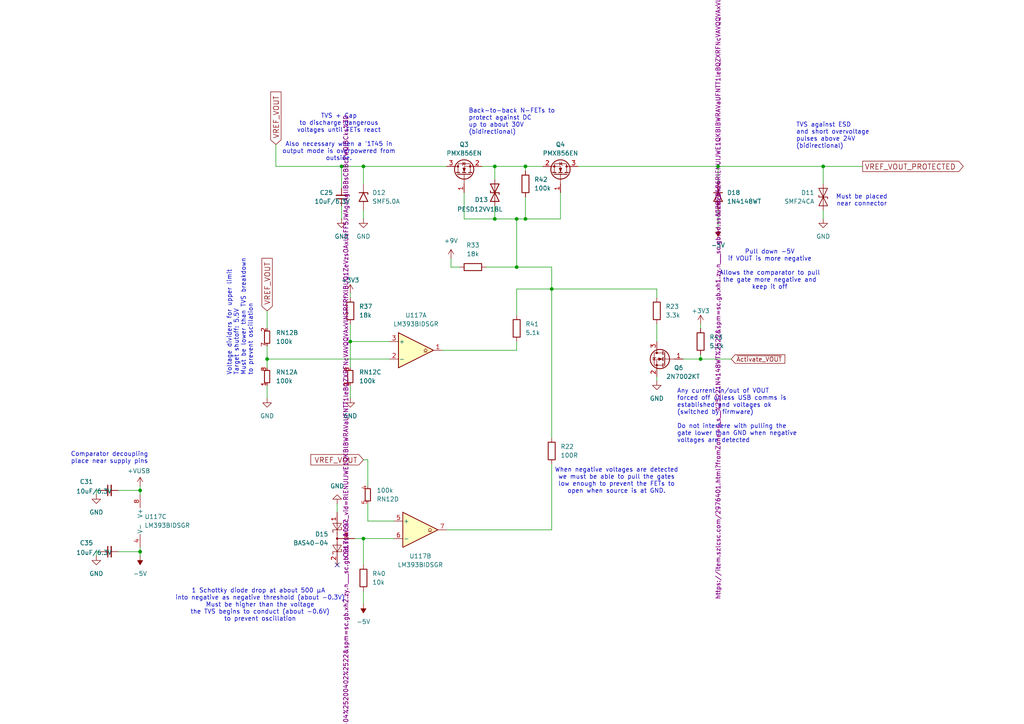
<source format=kicad_sch>
(kicad_sch (version 20250114) (generator "eeschema") (generator_version "9.0")
  (paper "A4")
  (lib_symbols
    (symbol "Comparator:LM393" (pin_names (offset 0.127))
      (property "Reference" "U" (at 3.81 3.81 0))
      (property "Value" "LM393" (at 6.35 -3.81 0))
      (symbol "LM393_1_1"
        (polyline (pts (xy -5.08 5.08) (xy 5.08 0) (xy -5.08 -5.08) (xy -5.08 5.08)) (stroke (width 0.254)) (fill (type background)))
        (polyline (pts (xy 3.302 -0.508) (xy 2.794 -0.508) (xy 3.302 0) (xy 2.794 0.508) (xy 2.286 0) (xy 2.794 -0.508) (xy 2.286 -0.508)) (stroke (width 0.127)))
        (pin input line (at -7.62 2.54 0) (length 2.54) (name "+") (number "3"))
        (pin input line (at -7.62 -2.54 0) (length 2.54) (name "-") (number "2"))
        (pin open_collector line (at 7.62 0 180) (length 2.54) (name "~") (number "1"))
      )
      (symbol "LM393_2_1"
        (polyline (pts (xy -5.08 5.08) (xy 5.08 0) (xy -5.08 -5.08) (xy -5.08 5.08)) (stroke (width 0.254)) (fill (type background)))
        (polyline (pts (xy 3.302 -0.508) (xy 2.794 -0.508) (xy 3.302 0) (xy 2.794 0.508) (xy 2.286 0) (xy 2.794 -0.508) (xy 2.286 -0.508)) (stroke (width 0.127)))
        (pin input line (at -7.62 2.54 0) (length 2.54) (name "+") (number "5"))
        (pin input line (at -7.62 -2.54 0) (length 2.54) (name "-") (number "6"))
        (pin open_collector line (at 7.62 0 180) (length 2.54) (name "~") (number "7"))
      )
      (symbol "LM393_3_1"
        (pin power_in line (at -2.54 7.62 270) (length 3.81) (name "V+") (number "8"))
        (pin power_in line (at -2.54 -7.62 90) (length 3.81) (name "V-") (number "4"))
      )
    )
    (symbol "Device:C_Small" (pin_numbers (hide yes)) (pin_names (offset 0.254) (hide yes))
      (property "Reference" "C" (at 0.254 1.778 0))
      (property "Value" "C_Small" (at 0.254 -2.032 0))
      (symbol "C_Small_0_1"
        (polyline (pts (xy -1.524 0.508) (xy 1.524 0.508)) (stroke (width 0.3048)))
        (polyline (pts (xy -1.524 -0.508) (xy 1.524 -0.508)) (stroke (width 0.3302)))
      )
      (symbol "C_Small_1_1"
        (pin passive line (at 0 2.54 270) (length 2.032) (name "~") (number "1"))
        (pin passive line (at 0 -2.54 90) (length 2.032) (name "~") (number "2"))
      )
    )
    (symbol "Device:D_TVS" (pin_numbers (hide yes)) (pin_names (offset 1.016) (hide yes))
      (property "Reference" "D" (at 0 2.54 0))
      (property "Value" "D_TVS" (at 0 -2.54 0))
      (symbol "D_TVS_0_1"
        (polyline (pts (xy -2.54 1.27) (xy -2.54 -1.27) (xy 2.54 1.27) (xy 2.54 -1.27) (xy -2.54 1.27)) (stroke (width 0.254)))
        (polyline (pts (xy 0.508 1.27) (xy 0 1.27) (xy 0 -1.27) (xy -0.508 -1.27)) (stroke (width 0.254)))
        (polyline (pts (xy 1.27 0) (xy -1.27 0)))
      )
      (symbol "D_TVS_1_1"
        (pin passive line (at -3.81 0 0) (length 2.54) (name "A1") (number "1"))
        (pin passive line (at 3.81 0 180) (length 2.54) (name "A2") (number "2"))
      )
    )
    (symbol "Device:Q_NMOS_GSD" (pin_names (offset 0) (hide yes))
      (property "Reference" "Q" (at 5.08 1.27 0))
      (property "Value" "Q_NMOS_GSD" (at 5.08 -1.27 0))
      (symbol "Q_NMOS_GSD_0_1"
        (polyline (pts (xy 0.254 1.905) (xy 0.254 -1.905)) (stroke (width 0.254)))
        (polyline (pts (xy 0.254 0) (xy -2.54 0)))
        (polyline (pts (xy 0.762 2.286) (xy 0.762 1.27)) (stroke (width 0.254)))
        (polyline (pts (xy 0.762 0.508) (xy 0.762 -0.508)) (stroke (width 0.254)))
        (polyline (pts (xy 0.762 -1.27) (xy 0.762 -2.286)) (stroke (width 0.254)))
        (polyline (pts (xy 0.762 -1.778) (xy 3.302 -1.778) (xy 3.302 1.778) (xy 0.762 1.778)))
        (polyline (pts (xy 1.016 0) (xy 2.032 0.381) (xy 2.032 -0.381) (xy 1.016 0)) (fill (type outline)))
        (circle (center 1.651 0) (radius 2.794) (stroke (width 0.254)))
        (polyline (pts (xy 2.54 2.54) (xy 2.54 1.778)))
        (circle (center 2.54 1.778) (radius 0.254) (fill (type outline)))
        (circle (center 2.54 -1.778) (radius 0.254) (fill (type outline)))
        (polyline (pts (xy 2.54 -2.54) (xy 2.54 0) (xy 0.762 0)))
        (polyline (pts (xy 2.794 0.508) (xy 2.921 0.381) (xy 3.683 0.381) (xy 3.81 0.254)))
        (polyline (pts (xy 3.302 0.381) (xy 2.921 -0.254) (xy 3.683 -0.254) (xy 3.302 0.381)))
      )
      (symbol "Q_NMOS_GSD_1_1"
        (pin input line (at -5.08 0 0) (length 2.54) (name "G") (number "1"))
        (pin passive line (at 2.54 5.08 270) (length 2.54) (name "D") (number "3"))
        (pin passive line (at 2.54 -5.08 90) (length 2.54) (name "S") (number "2"))
      )
    )
    (symbol "Device:R" (pin_numbers (hide yes)) (pin_names (offset 0))
      (property "Reference" "R" (at 2.032 0 90))
      (property "Value" "R" (at 0 0 90))
      (symbol "R_0_1"
        (rectangle (start -1.016 -2.54) (end 1.016 2.54) (stroke (width 0.254)))
      )
      (symbol "R_1_1"
        (pin passive line (at 0 3.81 270) (length 1.27) (name "~") (number "1"))
        (pin passive line (at 0 -3.81 90) (length 1.27) (name "~") (number "2"))
      )
    )
    (symbol "Diode:1N4148WS" (pin_numbers (hide yes)) (pin_names (hide yes))
      (property "Reference" "D" (at 0 2.54 0))
      (property "Value" "1N4148WS" (at 0 -2.54 0))
      (symbol "1N4148WS_0_1"
        (polyline (pts (xy -1.27 1.27) (xy -1.27 -1.27)) (stroke (width 0.254)))
        (polyline (pts (xy 1.27 1.27) (xy 1.27 -1.27) (xy -1.27 0) (xy 1.27 1.27)) (stroke (width 0.254)))
        (polyline (pts (xy 1.27 0) (xy -1.27 0)))
      )
      (symbol "1N4148WS_1_1"
        (pin passive line (at -3.81 0 0) (length 2.54) (name "K") (number "1"))
        (pin passive line (at 3.81 0 180) (length 2.54) (name "A") (number "2"))
      )
    )
    (symbol "Diode:BAS40-04" (pin_names (offset 1.016))
      (property "Reference" "D" (at 0.635 -1.27 0))
      (property "Value" "BAS40-04" (at -6.35 5.715 0))
      (symbol "BAS40-04_0_1"
        (polyline (pts (xy -4.445 3.81) (xy -4.445 1.27) (xy -2.54 2.54) (xy -4.445 3.81)))
        (polyline (pts (xy -3.81 2.54) (xy -1.27 2.54)))
        (polyline (pts (xy -3.175 1.27) (xy -3.175 1.524)))
        (polyline (pts (xy -2.54 3.81) (xy -1.905 3.81)))
        (polyline (pts (xy -2.54 1.27) (xy -3.175 1.27)))
        (polyline (pts (xy -2.54 1.27) (xy -2.54 3.81)))
        (polyline (pts (xy -1.905 3.81) (xy -1.905 3.556)))
        (polyline (pts (xy -1.905 2.54) (xy 1.905 2.54)))
        (circle (center 0 2.54) (radius 0.254) (fill (type outline)))
        (polyline (pts (xy 1.27 2.54) (xy 3.81 2.54)))
        (polyline (pts (xy 1.905 3.81) (xy 1.905 1.27) (xy 3.81 2.54) (xy 1.905 3.81)))
        (polyline (pts (xy 3.175 1.27) (xy 3.175 1.524)))
        (polyline (pts (xy 3.81 3.81) (xy 4.445 3.81)))
        (polyline (pts (xy 3.81 1.27) (xy 3.175 1.27)))
        (polyline (pts (xy 3.81 1.27) (xy 3.81 3.81)))
        (polyline (pts (xy 4.445 3.81) (xy 4.445 3.556)))
      )
      (symbol "BAS40-04_1_1"
        (pin passive line (at -7.62 2.54 0) (length 3.81) (name "~") (number "1"))
        (pin passive line (at 0 -2.54 90) (length 5.08) (name "~") (number "3"))
        (pin passive line (at 7.62 2.54 180) (length 3.81) (name "~") (number "2"))
      )
    )
    (symbol "Diode:SMAJ5.0A" (pin_numbers (hide yes)) (pin_names (offset 1.016) (hide yes))
      (property "Reference" "D" (at 0 2.54 0))
      (property "Value" "SMAJ5.0A" (at 0 -2.54 0))
      (symbol "SMAJ5.0A_0_1"
        (polyline (pts (xy -0.762 1.27) (xy -1.27 1.27) (xy -1.27 -1.27)) (stroke (width 0.254)))
        (polyline (pts (xy 1.27 1.27) (xy 1.27 -1.27) (xy -1.27 0) (xy 1.27 1.27)) (stroke (width 0.254)))
      )
      (symbol "SMAJ5.0A_1_1"
        (pin passive line (at -3.81 0 0) (length 2.54) (name "A1") (number "1"))
        (pin passive line (at 3.81 0 180) (length 2.54) (name "A2") (number "2"))
      )
    )
    (symbol "Diode:SMAJ5.0CA" (pin_numbers (hide yes)) (pin_names (offset 1.016) (hide yes))
      (property "Reference" "D" (at 0 2.54 0))
      (property "Value" "SMAJ5.0CA" (at 0 -2.54 0))
      (symbol "SMAJ5.0CA_0_1"
        (polyline (pts (xy -2.54 -1.27) (xy 0 0) (xy -2.54 1.27) (xy -2.54 -1.27)) (stroke (width 0.2032)))
        (polyline (pts (xy 0.508 1.27) (xy 0 1.27) (xy 0 -1.27) (xy -0.508 -1.27)) (stroke (width 0.2032)))
        (polyline (pts (xy 1.27 0) (xy -1.27 0)))
        (polyline (pts (xy 2.54 1.27) (xy 2.54 -1.27) (xy 0 0) (xy 2.54 1.27)) (stroke (width 0.2032)))
      )
      (symbol "SMAJ5.0CA_1_1"
        (pin passive line (at -3.81 0 0) (length 2.54) (name "A1") (number "1"))
        (pin passive line (at 3.81 0 180) (length 2.54) (name "A2") (number "2"))
      )
    )
    (symbol "GND_1" (power) (pin_numbers (hide yes)) (pin_names (offset 0) (hide yes))
      (property "Value" "GND" (at 0 -3.81 0))
      (symbol "GND_1_0_1"
        (polyline (pts (xy 0 0) (xy 0 -1.27) (xy 1.27 -1.27) (xy 0 -2.54) (xy -1.27 -1.27) (xy 0 -1.27)))
      )
      (symbol "GND_1_1_1"
        (pin power_in line (at 0 0 270) (length 0) (name "~") (number "1"))
      )
    )
    (symbol "GND_2" (power) (pin_numbers (hide yes)) (pin_names (offset 0) (hide yes))
      (property "Value" "GND" (at 0 -3.81 0))
      (symbol "GND_2_0_1"
        (polyline (pts (xy 0 0) (xy 0 -1.27) (xy 1.27 -1.27) (xy 0 -2.54) (xy -1.27 -1.27) (xy 0 -1.27)))
      )
      (symbol "GND_2_1_1"
        (pin power_in line (at 0 0 270) (length 0) (name "~") (number "1"))
      )
    )
    (symbol "GND_3" (power) (pin_numbers (hide yes)) (pin_names (offset 0) (hide yes))
      (property "Value" "GND" (at 0 -3.81 0))
      (symbol "GND_3_0_1"
        (polyline (pts (xy 0 0) (xy 0 -1.27) (xy 1.27 -1.27) (xy 0 -2.54) (xy -1.27 -1.27) (xy 0 -1.27)))
      )
      (symbol "GND_3_1_1"
        (pin power_in line (at 0 0 270) (length 0) (name "~") (number "1"))
      )
    )
    (symbol "GND_4" (power) (pin_numbers (hide yes)) (pin_names (offset 0) (hide yes))
      (property "Value" "GND" (at 0 -3.81 0))
      (symbol "GND_4_0_1"
        (polyline (pts (xy 0 0) (xy 0 -1.27) (xy 1.27 -1.27) (xy 0 -2.54) (xy -1.27 -1.27) (xy 0 -1.27)))
      )
      (symbol "GND_4_1_1"
        (pin power_in line (at 0 0 270) (length 0) (name "~") (number "1"))
      )
    )
    (symbol "GND_7" (power) (pin_numbers (hide yes)) (pin_names (offset 0) (hide yes))
      (property "Value" "GND" (at 0 -3.81 0))
      (symbol "GND_7_0_1"
        (polyline (pts (xy 0 0) (xy 0 -1.27) (xy 1.27 -1.27) (xy 0 -2.54) (xy -1.27 -1.27) (xy 0 -1.27)))
      )
      (symbol "GND_7_1_1"
        (pin power_in line (at 0 0 270) (length 0) (name "~") (number "1"))
      )
    )
    (symbol "Transistor_FET:BSS138" (pin_names (hide yes))
      (property "Reference" "Q" (at 5.08 1.905 0))
      (property "Value" "BSS138" (at 5.08 0 0))
      (symbol "BSS138_0_1"
        (polyline (pts (xy 0.254 1.905) (xy 0.254 -1.905)) (stroke (width 0.254)))
        (polyline (pts (xy 0.254 0) (xy -2.54 0)))
        (polyline (pts (xy 0.762 2.286) (xy 0.762 1.27)) (stroke (width 0.254)))
        (polyline (pts (xy 0.762 0.508) (xy 0.762 -0.508)) (stroke (width 0.254)))
        (polyline (pts (xy 0.762 -1.27) (xy 0.762 -2.286)) (stroke (width 0.254)))
        (polyline (pts (xy 0.762 -1.778) (xy 3.302 -1.778) (xy 3.302 1.778) (xy 0.762 1.778)))
        (polyline (pts (xy 1.016 0) (xy 2.032 0.381) (xy 2.032 -0.381) (xy 1.016 0)) (fill (type outline)))
        (circle (center 1.651 0) (radius 2.794) (stroke (width 0.254)))
        (polyline (pts (xy 2.54 2.54) (xy 2.54 1.778)))
        (circle (center 2.54 1.778) (radius 0.254) (fill (type outline)))
        (circle (center 2.54 -1.778) (radius 0.254) (fill (type outline)))
        (polyline (pts (xy 2.54 -2.54) (xy 2.54 0) (xy 0.762 0)))
        (polyline (pts (xy 2.794 0.508) (xy 2.921 0.381) (xy 3.683 0.381) (xy 3.81 0.254)))
        (polyline (pts (xy 3.302 0.381) (xy 2.921 -0.254) (xy 3.683 -0.254) (xy 3.302 0.381)))
      )
      (symbol "BSS138_1_1"
        (pin input line (at -5.08 0 0) (length 2.54) (name "G") (number "1"))
        (pin passive line (at 2.54 5.08 270) (length 2.54) (name "D") (number "3"))
        (pin passive line (at 2.54 -5.08 90) (length 2.54) (name "S") (number "2"))
      )
    )
    (symbol "dp-power:+VUSB" (power) (pin_names (offset 1.016))
      (property "Value" "+VUSB" (at 0 5.08 0))
      (symbol "+VUSB_0_1"
        (polyline (pts (xy 0 2.54) (xy -0.762 1.27)))
        (polyline (pts (xy 0 2.54) (xy 0.762 1.27)))
        (polyline (pts (xy 0 0) (xy 0 2.54)))
      )
      (symbol "+VUSB_1_1"
        (pin power_in line (at 0 0 90) (length 0) (hide yes) (name "+VUSB") (number "1"))
      )
    )
    (symbol "dp-rarray:R_Array" (pin_names (offset 0) (hide yes))
      (property "Reference" "RN" (at 2.286 0.762 0))
      (property "Value" "R_Array" (at 4.572 -0.762 0))
      (symbol "R_Array_0_1"
        (rectangle (start 0.762 1.778) (end -0.762 -1.778) (stroke (width 0.254)))
      )
      (symbol "R_Array_1_1"
        (pin passive line (at 0 2.54 270) (length 0.762) (name "R1.1") (number "1"))
        (pin passive line (at 0 -2.54 90) (length 0.762) (name "R1.8") (number "8"))
      )
      (symbol "R_Array_2_1"
        (pin passive line (at 0 2.54 270) (length 0.762) (name "R1.1") (number "2"))
        (pin passive line (at 0 -2.54 90) (length 0.762) (name "R1.8") (number "7"))
      )
      (symbol "R_Array_3_1"
        (pin passive line (at 0 2.54 270) (length 0.762) (name "R1.1") (number "3"))
        (pin passive line (at 0 -2.54 90) (length 0.762) (name "R1.8") (number "6"))
      )
      (symbol "R_Array_4_1"
        (pin passive line (at 0 2.54 270) (length 0.762) (name "R1.1") (number "4"))
        (pin passive line (at 0 -2.54 90) (length 0.762) (name "R1.8") (number "5"))
      )
    )
    (symbol "power:+3V3" (power) (pin_names (offset 0))
      (property "Value" "+3V3" (at 0 3.556 0))
      (symbol "+3V3_0_1"
        (polyline (pts (xy -0.762 1.27) (xy 0 2.54)))
        (polyline (pts (xy 0 2.54) (xy 0.762 1.27)))
        (polyline (pts (xy 0 0) (xy 0 2.54)))
      )
      (symbol "+3V3_1_1"
        (pin power_in line (at 0 0 90) (length 0) (hide yes) (name "+3V3") (number "1"))
      )
    )
    (symbol "power:+9V" (power) (pin_numbers (hide yes)) (pin_names (offset 0) (hide yes))
      (property "Value" "+9V" (at 0 3.556 0))
      (symbol "+9V_0_1"
        (polyline (pts (xy -0.762 1.27) (xy 0 2.54)))
        (polyline (pts (xy 0 2.54) (xy 0.762 1.27)))
        (polyline (pts (xy 0 0) (xy 0 2.54)))
      )
      (symbol "+9V_1_1"
        (pin power_in line (at 0 0 90) (length 0) (name "~") (number "1"))
      )
    )
    (symbol "power:-5V" (power) (pin_numbers (hide yes)) (pin_names (offset 0) (hide yes))
      (property "Value" "-5V" (at 0 3.556 0))
      (symbol "-5V_0_0"
        (pin power_in line (at 0 0 90) (length 0) (name "~") (number "1"))
      )
      (symbol "-5V_0_1"
        (polyline (pts (xy 0 0) (xy 0 1.27) (xy 0.762 1.27) (xy 0 2.54) (xy -0.762 1.27) (xy 0 1.27)) (fill (type outline)))
      )
    )
  )
  (text "When negative voltages are detected\nwe must be able to pull the gates\nlow enough to prevent the FETs to\nopen when source is at GND." (at 178.816 139.446 0) (effects (font (size 1.27 1.27))))
  (text "TVS against ESD\nand short overvoltage\npulses above 24V\n(bidirectional)" (at 230.886 39.37 0) (effects (font (size 1.27 1.27)) (justify left)))
  (text "TVS + Cap\nto discharge dangerous\nvoltages until FETs react\n\nAlso necessary when a '1T45 in\noutput mode is overpowered from\noutside." (at 98.298 39.878 0) (effects (font (size 1.27 1.27))))
  (text "Back-to-back N-FETs to\nprotect against DC\nup to about 30V\n(bidirectional)" (at 135.89 35.306 0) (effects (font (size 1.27 1.27)) (justify left)))
  (text "Pull down -5V\nif VOUT is more negative\n\nAllows the comparator to pull\nthe gate more negative and\nkeep it off" (at 223.266 78.232 0) (effects (font (size 1.27 1.27))))
  (text "1 Schottky diode drop at about 500 µA \ninto negative as negative threshold (about -0.3V)\nMust be higher than the voltage\nthe TVS begins to conduct (about -0.6V)\nto prevent oscillation" (at 75.438 175.514 0) (effects (font (size 1.27 1.27))))
  (text "Comparator decoupling\nplace near supply pins" (at 31.75 132.842 0) (effects (font (size 1.27 1.27))))
  (text "Voltage dividers for upper limit\nTarget shutoff: 5.5V\nMust be lower than TVS breakdown\nto prevent oscillation" (at 69.596 108.966 90) (effects (font (size 1.27 1.27)) (justify left)))
  (text "Any current in/out of VOUT\nforced off unless USB comms is\nestablished and voltages ok\n(switched by firmware)\n\nDo not interfere with pulling the\ngate lower than GND when negative\nvoltages are detected" (at 196.342 120.65 0) (effects (font (size 1.27 1.27)) (justify left)))
  (text "Must be placed\nnear connector" (at 249.936 58.166 0) (effects (font (size 1.27 1.27))))
  (junction (at 105.41 48.26))
  (junction (at 143.51 63.5))
  (junction (at 99.06 48.26))
  (junction (at 160.02 83.82))
  (junction (at 77.47 104.14))
  (junction (at 152.4 48.26))
  (junction (at 152.4 63.5))
  (junction (at 143.51 48.26))
  (junction (at 101.6 99.06))
  (junction (at 203.2 104.14))
  (junction (at 40.64 160.02))
  (junction (at 149.86 63.5))
  (junction (at 105.41 156.21))
  (junction (at 149.86 77.47))
  (junction (at 238.76 48.26))
  (junction (at 208.28 48.26))
  (junction (at 40.64 142.24))
  (no_connect (at 97.79 163.83))
  (wire (pts (xy 105.41 156.21) (xy 114.3 156.21)))
  (wire (pts (xy 152.4 63.5) (xy 162.56 63.5)))
  (wire (pts (xy 143.51 59.69) (xy 143.51 63.5)))
  (wire (pts (xy 77.47 104.14) (xy 77.47 106.68)))
  (wire (pts (xy 80.01 41.91) (xy 80.01 48.26)))
  (wire (pts (xy 40.64 158.75) (xy 40.64 160.02)))
  (wire (pts (xy 101.6 99.06) (xy 113.03 99.06)))
  (wire (pts (xy 105.41 48.26) (xy 105.41 53.34)))
  (wire (pts (xy 149.86 77.47) (xy 149.86 63.5)))
  (wire (pts (xy 160.02 83.82) (xy 149.86 83.82)))
  (wire (pts (xy 160.02 83.82) (xy 160.02 127)))
  (wire (pts (xy 149.86 77.47) (xy 160.02 77.47)))
  (wire (pts (xy 190.5 86.36) (xy 190.5 83.82)))
  (wire (pts (xy 77.47 111.76) (xy 77.47 115.57)))
  (wire (pts (xy 238.76 60.96) (xy 238.76 63.5)))
  (wire (pts (xy 129.54 153.67) (xy 160.02 153.67)))
  (wire (pts (xy 101.6 99.06) (xy 101.6 106.68)))
  (wire (pts (xy 162.56 63.5) (xy 162.56 55.88)))
  (wire (pts (xy 203.2 104.14) (xy 212.09 104.14)))
  (wire (pts (xy 198.12 104.14) (xy 203.2 104.14)))
  (wire (pts (xy 149.86 99.06) (xy 149.86 101.6)))
  (wire (pts (xy 34.29 160.02) (xy 40.64 160.02)))
  (wire (pts (xy 99.06 59.69) (xy 99.06 63.5)))
  (wire (pts (xy 167.64 48.26) (xy 208.28 48.26)))
  (wire (pts (xy 77.47 100.33) (xy 77.47 104.14)))
  (wire (pts (xy 105.41 156.21) (xy 105.41 163.83)))
  (wire (pts (xy 208.28 48.26) (xy 238.76 48.26)))
  (wire (pts (xy 152.4 48.26) (xy 152.4 49.53)))
  (wire (pts (xy 208.28 60.96) (xy 208.28 66.04)))
  (wire (pts (xy 105.41 171.45) (xy 105.41 175.26)))
  (wire (pts (xy 101.6 111.76) (xy 101.6 115.57)))
  (wire (pts (xy 27.94 142.24) (xy 27.94 143.51)))
  (wire (pts (xy 160.02 153.67) (xy 160.02 134.62)))
  (wire (pts (xy 80.01 48.26) (xy 99.06 48.26)))
  (wire (pts (xy 77.47 104.14) (xy 113.03 104.14)))
  (wire (pts (xy 139.7 48.26) (xy 143.51 48.26)))
  (wire (pts (xy 134.62 63.5) (xy 134.62 55.88)))
  (wire (pts (xy 40.64 140.97) (xy 40.64 142.24)))
  (wire (pts (xy 190.5 93.98) (xy 190.5 99.06)))
  (wire (pts (xy 40.64 142.24) (xy 40.64 143.51)))
  (wire (pts (xy 34.29 142.24) (xy 40.64 142.24)))
  (wire (pts (xy 106.68 146.05) (xy 106.68 151.13)))
  (wire (pts (xy 29.21 160.02) (xy 27.94 160.02)))
  (wire (pts (xy 128.27 101.6) (xy 149.86 101.6)))
  (wire (pts (xy 106.68 133.35) (xy 106.68 140.97)))
  (wire (pts (xy 149.86 63.5) (xy 152.4 63.5)))
  (wire (pts (xy 190.5 83.82) (xy 160.02 83.82)))
  (wire (pts (xy 149.86 63.5) (xy 143.51 63.5)))
  (wire (pts (xy 77.47 90.17) (xy 77.47 95.25)))
  (wire (pts (xy 238.76 48.26) (xy 238.76 53.34)))
  (wire (pts (xy 134.62 63.5) (xy 143.51 63.5)))
  (wire (pts (xy 99.06 48.26) (xy 99.06 54.61)))
  (wire (pts (xy 140.97 77.47) (xy 149.86 77.47)))
  (wire (pts (xy 114.3 151.13) (xy 106.68 151.13)))
  (wire (pts (xy 97.79 146.05) (xy 97.79 148.59)))
  (wire (pts (xy 102.87 156.21) (xy 105.41 156.21)))
  (wire (pts (xy 40.64 160.02) (xy 40.64 161.29)))
  (wire (pts (xy 29.21 142.24) (xy 27.94 142.24)))
  (wire (pts (xy 208.28 48.26) (xy 208.28 53.34)))
  (wire (pts (xy 99.06 48.26) (xy 105.41 48.26)))
  (wire (pts (xy 27.94 160.02) (xy 27.94 161.29)))
  (wire (pts (xy 105.41 48.26) (xy 129.54 48.26)))
  (wire (pts (xy 152.4 57.15) (xy 152.4 63.5)))
  (wire (pts (xy 143.51 48.26) (xy 143.51 52.07)))
  (wire (pts (xy 238.76 48.26) (xy 250.19 48.26)))
  (wire (pts (xy 149.86 83.82) (xy 149.86 91.44)))
  (wire (pts (xy 143.51 48.26) (xy 152.4 48.26)))
  (wire (pts (xy 105.41 133.35) (xy 106.68 133.35)))
  (wire (pts (xy 160.02 77.47) (xy 160.02 83.82)))
  (wire (pts (xy 190.5 109.22) (xy 190.5 110.49)))
  (wire (pts (xy 130.81 74.93) (xy 130.81 77.47)))
  (wire (pts (xy 105.41 60.96) (xy 105.41 63.5)))
  (wire (pts (xy 130.81 77.47) (xy 133.35 77.47)))
  (wire (pts (xy 101.6 85.09) (xy 101.6 86.36)))
  (wire (pts (xy 152.4 48.26) (xy 157.48 48.26)))
  (wire (pts (xy 203.2 102.87) (xy 203.2 104.14)))
  (wire (pts (xy 101.6 93.98) (xy 101.6 99.06)))
  (wire (pts (xy 203.2 93.98) (xy 203.2 95.25)))
  (global_label "VREF_VOUT" (shape input) (at 105.41 133.35 180) (effects (font (size 1.524 1.524))) (property "Intersheetrefs" "${INTERSHEET_REFS}" (effects (hide yes))))
  (global_label "VREF_VOUT" (shape input) (at 77.47 90.17 90) (effects (font (size 1.524 1.524))) (property "Intersheetrefs" "${INTERSHEET_REFS}" (effects (hide yes))))
  (global_label "~{Activate_VOUT}" (shape input) (at 212.09 104.14 0) (property "Intersheetrefs" "${INTERSHEET_REFS}" (effects (hide yes))))
  (global_label "VREF_VOUT_PROTECTED" (shape output) (at 250.19 48.26 0) (effects (font (size 1.524 1.524))) (property "Intersheetrefs" "${INTERSHEET_REFS}" (effects (hide yes))))
  (global_label "VREF_VOUT" (shape input) (at 80.01 41.91 90) (effects (font (size 1.524 1.524))) (property "Intersheetrefs" "${INTERSHEET_REFS}" (effects (hide yes))))
  (symbol (lib_id "power:-5V") (at 105.41 175.26 180) (unit 1)
    (property "Reference" "#PWR0134" (effects (hide yes)))
    (property "Value" "-5V" (at 105.41 180.34 0))
    (property "Description" "Power symbol creates a global label with name \"-5V\"" (effects (hide yes)))
  )
  (symbol (lib_id "power:+9V") (at 130.81 74.93 0) (unit 1)
    (property "Reference" "#PWR0102" (effects (hide yes)))
    (property "Value" "+9V" (at 130.81 69.85 0))
    (property "Description" "Power symbol creates a global label with name \"+9V\"" (effects (hide yes)))
  )
  (symbol (lib_id "Device:C_Small") (at 31.75 160.02 90) (unit 1)
    (property "Reference" "C35" (at 23.114 157.48 90) (effects (justify right)))
    (property "Value" "10uF/6.3V" (at 22.098 160.274 90) (effects (justify right)))
    (property "Footprint" "Capacitor_SMD:C_0402_1005Metric" (effects (hide yes)))
    (property "Description" "CL05A106MQ5NUN" (effects (hide yes)))
    (property "RMB" "0.037726" (effects (hide yes)))
    (property "Supplier" "https://item.szlcsc.com/1877.html" (effects (hide yes)))
    (property "MANUFACTURER" "Samsung" (effects (hide yes)))
  )
  (symbol (lib_id "dp-rarray:R_Array") (at 77.47 97.79 0) (mirror y) (unit 2)
    (property "Reference" "RN12" (at 80.01 96.5199 0) (effects (justify right)))
    (property "Value" "100k" (at 80.01 99.0599 0) (effects (justify right)))
    (property "Footprint" "Resistor_SMD:R_Array_Convex_4x0402" (effects (hide yes)))
    (property "Datasheet" "http://www.vishay.com/docs/31509/csc.pdf" (effects (hide yes)))
    (property "RMB" "0.03666" (effects (hide yes)))
    (property "Supplier" "https://item.szlcsc.com/635571.html" (effects (hide yes)))
  )
  (symbol (lib_id "Comparator:LM393") (at 120.65 101.6 0) (unit 1)
    (property "Reference" "U117" (at 120.65 91.44 0))
    (property "Value" "LM393BIDSGR" (at 120.65 93.98 0))
    (property "Footprint" "Package_SON:WSON-8-1EP_2x2mm_P0.5mm_EP0.9x1.6mm" (effects (hide yes)))
    (property "Datasheet" "http://www.ti.com/lit/ds/symlink/lm393.pdf" (effects (hide yes)))
    (property "Description" "Low-Power, Low-Offset Voltage, Dual Comparators, WSON-8 2x2mm" (effects (hide yes)))
  )
  (symbol (lib_id "power:+3V3") (at 101.6 85.09 0) (unit 1)
    (property "Reference" "#PWR0103" (effects (hide yes)))
    (property "Value" "+3V3" (at 101.6 81.28 0))
  )
  (symbol (lib_id "Device:R") (at 190.5 90.17 0) (unit 1)
    (property "Reference" "R23" (at 193.04 88.8999 0) (effects (justify left)))
    (property "Value" "3.3k" (at 193.04 91.4399 0) (effects (justify left)))
    (property "Footprint" "Resistor_SMD:R_0402_1005Metric" (effects (hide yes)))
    (property "Description" "Resistor" (effects (hide yes)))
  )
  (symbol (lib_id "dp-rarray:R_Array") (at 106.68 143.51 0) (mirror y) (unit 4)
    (property "Reference" "RN12" (at 109.22 144.7801 0) (effects (justify right)))
    (property "Value" "100k" (at 109.22 142.2401 0) (effects (justify right)))
    (property "Footprint" "Resistor_SMD:R_Array_Convex_4x0402" (effects (hide yes)))
    (property "Datasheet" "http://www.vishay.com/docs/31509/csc.pdf" (effects (hide yes)))
    (property "RMB" "0.03666" (effects (hide yes)))
    (property "Supplier" "https://item.szlcsc.com/635571.html" (effects (hide yes)))
  )
  (symbol (lib_name "GND_4") (lib_id "power:GND") (at 27.94 161.29 0) (unit 1)
    (property "Reference" "#PWR0149" (effects (hide yes)))
    (property "Value" "GND" (at 27.94 166.37 0))
    (property "Description" "Power symbol creates a global label with name \"GND\" , ground" (effects (hide yes)))
  )
  (symbol (lib_id "Comparator:LM393") (at 43.18 151.13 0) (unit 3)
    (property "Reference" "U117" (at 41.91 149.8599 0) (effects (justify left)))
    (property "Value" "LM393BIDSGR" (at 41.91 152.3999 0) (effects (justify left)))
    (property "Footprint" "Package_SON:WSON-8-1EP_2x2mm_P0.5mm_EP0.9x1.6mm" (effects (hide yes)))
    (property "Datasheet" "http://www.ti.com/lit/ds/symlink/lm393.pdf" (effects (hide yes)))
    (property "Description" "Low-Power, Low-Offset Voltage, Dual Comparators, WSON-8 2x2mm" (effects (hide yes)))
  )
  (symbol (lib_name "GND_3") (lib_id "power:GND") (at 97.79 146.05 180) (unit 1)
    (property "Reference" "#PWR0135" (effects (hide yes)))
    (property "Value" "GND" (at 97.79 140.97 0))
    (property "Description" "Power symbol creates a global label with name \"GND\" , ground" (effects (hide yes)))
  )
  (symbol (lib_id "Diode:SMAJ5.0A") (at 105.41 57.15 270) (unit 1)
    (property "Reference" "D12" (at 107.95 55.8799 90) (effects (justify left)))
    (property "Value" "SMF5.0A" (at 107.95 58.4199 90) (effects (justify left)))
    (property "Footprint" "Diode_SMD:D_SMF" (effects (hide yes)))
  )
  (symbol (lib_id "Device:R") (at 105.41 167.64 0) (unit 1)
    (property "Reference" "R40" (at 107.95 166.3699 0) (effects (justify left)))
    (property "Value" "10k" (at 107.95 168.9099 0) (effects (justify left)))
    (property "Footprint" "Resistor_SMD:R_0402_1005Metric" (effects (hide yes)))
    (property "Description" "Resistor" (effects (hide yes)))
  )
  (symbol (lib_id "Diode:BAS40-04") (at 100.33 156.21 90) (mirror x) (unit 1)
    (property "Reference" "D15" (at 95.25 154.9399 90) (effects (justify left)))
    (property "Value" "BAS40-04" (at 95.25 157.4799 90) (effects (justify left)))
    (property "Footprint" "library:SOT-523" (effects (hide yes)))
    (property "Datasheet" "http://www.vishay.com/docs/85701/bas40v.pdf" (effects (hide yes)))
    (property "Description" "40V 0.2A Dual Small Signal Schottky Diodes" (effects (hide yes)))
    (property "szlcsc_partnumber" "C21714097" (at 100.33 156.21 0))
    (property "szlcsc_url" "https://item.szlcsc.com/23141008.html?fromZone=s_s__%2522BAS40-04%25200402%2522&spm=sc.gb.xh2.zy.n___sc.gb.hd.ss&lcsc_vid=RlENUlJWE1QKBlBWRAVaUFNTT1leBQZXRFNcVAVQQVAxVlNSRFRfXlBUQ1ZeVzsOAxUeFF5JWAgaAglIBBsCBBcFWQIBCks%3D" (at 100.33 156.21 0))
  )
  (symbol (lib_id "Device:Q_NMOS_GSD") (at 134.62 50.8 90) (unit 1)
    (property "Reference" "Q3" (at 134.62 41.91 90))
    (property "Value" "PMXB56EN" (at 134.62 44.45 90))
    (property "Footprint" "DFN1010D-3:DFN1010D-3_SOT1215_NEX" (effects (hide yes)))
    (property "Description" "N-MOSFET transistor, gate/source/drain" (effects (hide yes)))
    (property "MANUFACTURER" "Nexperia" (effects (hide yes)))
  )
  (symbol (lib_id "dp-rarray:R_Array") (at 101.6 109.22 180) (unit 3)
    (property "Reference" "RN12" (at 104.14 107.9499 0) (effects (justify right)))
    (property "Value" "100k" (at 104.14 110.4899 0) (effects (justify right)))
    (property "Footprint" "Resistor_SMD:R_Array_Convex_4x0402" (effects (hide yes)))
    (property "Datasheet" "http://www.vishay.com/docs/31509/csc.pdf" (effects (hide yes)))
    (property "RMB" "0.03666" (effects (hide yes)))
    (property "Supplier" "https://item.szlcsc.com/635571.html" (effects (hide yes)))
  )
  (symbol (lib_id "Device:R") (at 101.6 90.17 0) (unit 1)
    (property "Reference" "R37" (at 104.14 88.8999 0) (effects (justify left)))
    (property "Value" "18k" (at 104.14 91.4399 0) (effects (justify left)))
    (property "Footprint" "Resistor_SMD:R_0402_1005Metric" (effects (hide yes)))
    (property "Description" "Resistor" (effects (hide yes)))
  )
  (symbol (lib_id "dp-rarray:R_Array") (at 77.47 109.22 180) (unit 1)
    (property "Reference" "RN12" (at 80.01 107.9499 0) (effects (justify right)))
    (property "Value" "100k" (at 80.01 110.4899 0) (effects (justify right)))
    (property "Footprint" "Resistor_SMD:R_Array_Convex_4x0402" (effects (hide yes)))
    (property "Datasheet" "http://www.vishay.com/docs/31509/csc.pdf" (effects (hide yes)))
    (property "RMB" "0.03666" (effects (hide yes)))
    (property "Supplier" "https://item.szlcsc.com/635571.html" (effects (hide yes)))
  )
  (symbol (lib_name "GND_2") (lib_id "power:GND") (at 105.41 63.5 0) (unit 1)
    (property "Reference" "#PWR0153" (effects (hide yes)))
    (property "Value" "GND" (at 105.41 68.58 0))
    (property "Description" "Power symbol creates a global label with name \"GND\" , ground" (effects (hide yes)))
  )
  (symbol (lib_id "Device:R") (at 203.2 99.06 0) (unit 1)
    (property "Reference" "R43" (at 205.74 97.7899 0) (effects (justify left)))
    (property "Value" "5.1k" (at 205.74 100.3299 0) (effects (justify left)))
    (property "Footprint" "Resistor_SMD:R_0402_1005Metric" (effects (hide yes)))
    (property "Description" "Resistor" (effects (hide yes)))
  )
  (symbol (lib_id "Device:D_TVS") (at 143.51 55.88 90) (unit 1)
    (property "Reference" "D13" (at 137.668 57.912 90) (effects (justify right)))
    (property "Value" "PESD12VV1BL" (at 132.588 60.706 90) (effects (justify right)))
    (property "Footprint" "Diode_SMD:D_SOD-882D" (effects (hide yes)))
    (property "Description" "Bidirectional transient-voltage-suppression diode" (effects (hide yes)))
    (property "MANUFACTURER" "Nexperia" (effects (hide yes)))
  )
  (symbol (lib_id "Device:R") (at 149.86 95.25 0) (unit 1)
    (property "Reference" "R41" (at 152.4 93.9799 0) (effects (justify left)))
    (property "Value" "5.1k" (at 152.4 96.5199 0) (effects (justify left)))
    (property "Footprint" "Resistor_SMD:R_0402_1005Metric" (effects (hide yes)))
    (property "Description" "Resistor" (effects (hide yes)))
  )
  (symbol (lib_name "GND_2") (lib_id "power:GND") (at 99.06 63.5 0) (unit 1)
    (property "Reference" "#PWR097" (effects (hide yes)))
    (property "Value" "GND" (at 99.06 68.58 0))
    (property "Description" "Power symbol creates a global label with name \"GND\" , ground" (effects (hide yes)))
  )
  (symbol (lib_name "GND_4") (lib_id "power:GND") (at 77.47 115.57 0) (unit 1)
    (property "Reference" "#PWR0106" (effects (hide yes)))
    (property "Value" "GND" (at 77.47 120.65 0))
    (property "Description" "Power symbol creates a global label with name \"GND\" , ground" (effects (hide yes)))
  )
  (symbol (lib_id "Device:R") (at 137.16 77.47 90) (unit 1)
    (property "Reference" "R33" (at 137.16 71.12 90))
    (property "Value" "18k" (at 137.16 73.66 90))
    (property "Footprint" "Resistor_SMD:R_0402_1005Metric" (effects (hide yes)))
    (property "Description" "Resistor" (effects (hide yes)))
  )
  (symbol (lib_id "Device:C_Small") (at 31.75 142.24 90) (unit 1)
    (property "Reference" "C31" (at 23.114 139.7 90) (effects (justify right)))
    (property "Value" "10uF/6.3V" (at 22.098 142.494 90) (effects (justify right)))
    (property "Footprint" "Capacitor_SMD:C_0402_1005Metric" (effects (hide yes)))
    (property "Description" "CL05A106MQ5NUN" (effects (hide yes)))
    (property "RMB" "0.037726" (effects (hide yes)))
    (property "Supplier" "https://item.szlcsc.com/1877.html" (effects (hide yes)))
    (property "MANUFACTURER" "Samsung" (effects (hide yes)))
  )
  (symbol (lib_name "GND_7") (lib_id "power:GND") (at 190.5 110.49 0) (unit 1)
    (property "Reference" "#PWR0118" (effects (hide yes)))
    (property "Value" "GND" (at 190.5 115.57 0))
    (property "Description" "Power symbol creates a global label with name \"GND\" , ground" (effects (hide yes)))
  )
  (symbol (lib_id "dp-power:+VUSB") (at 40.64 140.97 0) (unit 1)
    (property "Reference" "#PWR0138" (effects (hide yes)))
    (property "Value" "+VUSB" (at 40.259 136.5758 0))
  )
  (symbol (lib_name "GND_1") (lib_id "power:GND") (at 238.76 63.5 0) (unit 1)
    (property "Reference" "#PWR0107" (effects (hide yes)))
    (property "Value" "GND" (at 238.76 68.58 0))
    (property "Description" "Power symbol creates a global label with name \"GND\" , ground" (effects (hide yes)))
  )
  (symbol (lib_id "Device:C_Small") (at 99.06 57.15 180) (unit 1)
    (property "Reference" "C25" (at 92.71 55.88 0) (effects (justify right)))
    (property "Value" "10uF/6.3V" (at 91.186 58.42 0) (effects (justify right)))
    (property "Footprint" "Capacitor_SMD:C_0402_1005Metric" (effects (hide yes)))
    (property "Description" "CL05A106MQ5NUN" (effects (hide yes)))
    (property "RMB" "0.037726" (effects (hide yes)))
    (property "Supplier" "https://item.szlcsc.com/1877.html" (effects (hide yes)))
    (property "MANUFACTURER" "Samsung" (effects (hide yes)))
  )
  (symbol (lib_name "GND_4") (lib_id "power:GND") (at 101.6 115.57 0) (unit 1)
    (property "Reference" "#PWR0110" (effects (hide yes)))
    (property "Value" "GND" (at 101.6 120.65 0))
    (property "Description" "Power symbol creates a global label with name \"GND\" , ground" (effects (hide yes)))
  )
  (symbol (lib_id "Diode:SMAJ5.0CA") (at 238.76 57.15 90) (unit 1)
    (property "Reference" "D11" (at 236.22 55.8799 90) (effects (justify left)))
    (property "Value" "SMF24CA" (at 236.22 58.4199 90) (effects (justify left)))
    (property "Footprint" "Diode_SMD:D_SMF" (effects (hide yes)))
  )
  (symbol (lib_id "Diode:1N4148WS") (at 208.28 57.15 270) (unit 1)
    (property "Reference" "D18" (at 210.82 55.88 90) (effects (justify left)))
    (property "Value" "1N4148WT" (at 210.82 58.42 90) (effects (justify left)))
    (property "Footprint" "Diode_SMD:D_SOD-523" (effects (hide yes)))
    (property "Datasheet" "https://www.vishay.com/docs/85751/1n4148ws.pdf" (effects (hide yes)))
    (property "RMB" "0.182079" (effects (hide yes)))
    (property "Supplier" "https://item.szlcsc.com/120141.html" (effects (hide yes)))
    (property "szlcsc_partnumber" "C2828426" (at 208.28 57.15 0))
    (property "szlcsc_url" "https://item.szlcsc.com/2976401.html?fromZone=s_s__%25221N4148WT%2522&spm=sc.gb.xh1.zy.n___sc.gb.hd.ss&lcsc_vid=RlENUlJWE1QKBlBWRAVaUFNTT1leBQZXRFNcVAVQQVAxVlNSRFRfXlBUQ1ZeVzsOAxUeFF5JWAgaAglIBBsCBBcFWQIBCks%3D" (at 208.28 57.15 0))
  )
  (symbol (lib_id "power:-5V") (at 40.64 161.29 180) (unit 1)
    (property "Reference" "#PWR0137" (effects (hide yes)))
    (property "Value" "-5V" (at 40.64 166.37 0))
    (property "Description" "Power symbol creates a global label with name \"-5V\"" (effects (hide yes)))
  )
  (symbol (lib_id "Device:R") (at 152.4 53.34 0) (unit 1)
    (property "Reference" "R42" (at 154.94 52.0699 0) (effects (justify left)))
    (property "Value" "100k" (at 154.94 54.6099 0) (effects (justify left)))
    (property "Footprint" "Resistor_SMD:R_0402_1005Metric" (effects (hide yes)))
    (property "Description" "Resistor" (effects (hide yes)))
  )
  (symbol (lib_id "power:-5V") (at 208.28 66.04 180) (unit 1)
    (property "Reference" "#PWR0152" (effects (hide yes)))
    (property "Value" "-5V" (at 208.28 71.12 0))
    (property "Description" "Power symbol creates a global label with name \"-5V\"" (effects (hide yes)))
  )
  (symbol (lib_id "Comparator:LM393") (at 121.92 153.67 0) (unit 2)
    (property "Reference" "U117" (at 121.92 161.29 0))
    (property "Value" "LM393BIDSGR" (at 121.92 163.83 0))
    (property "Footprint" "Package_SON:WSON-8-1EP_2x2mm_P0.5mm_EP0.9x1.6mm" (effects (hide yes)))
    (property "Datasheet" "http://www.ti.com/lit/ds/symlink/lm393.pdf" (effects (hide yes)))
    (property "Description" "Low-Power, Low-Offset Voltage, Dual Comparators, WSON-8 2x2mm" (effects (hide yes)))
  )
  (symbol (lib_id "Device:R") (at 160.02 130.81 0) (unit 1)
    (property "Reference" "R22" (at 162.56 129.5399 0) (effects (justify left)))
    (property "Value" "100R" (at 162.56 132.0799 0) (effects (justify left)))
    (property "Footprint" "Resistor_SMD:R_0402_1005Metric" (effects (hide yes)))
    (property "Description" "Resistor" (effects (hide yes)))
  )
  (symbol (lib_name "GND_4") (lib_id "power:GND") (at 27.94 143.51 0) (unit 1)
    (property "Reference" "#PWR0142" (effects (hide yes)))
    (property "Value" "GND" (at 27.94 148.59 0))
    (property "Description" "Power symbol creates a global label with name \"GND\" , ground" (effects (hide yes)))
  )
  (symbol (lib_id "Transistor_FET:BSS138") (at 193.04 104.14 0) (mirror y) (unit 1)
    (property "Reference" "Q6" (at 196.85 106.68 0))
    (property "Value" "2N7002KT" (at 198.12 109.22 0))
    (property "Footprint" "library:SOT-523" (effects (hide yes)))
    (property "Datasheet" "https://www.onsemi.com/download/data-sheet/pdf/2n7002t-d.pdf" (effects (hide yes)))
    (property "RMB" "0.140017" (effects (hide yes)))
    (property "Supplier" "https://item.szlcsc.com/544697.html" (effects (hide yes)))
    (property "MANUFACTURER" "CBI" (effects (hide yes)))
  )
  (symbol (lib_id "power:+3V3") (at 203.2 93.98 0) (unit 1)
    (property "Reference" "#PWR0136" (effects (hide yes)))
    (property "Value" "+3V3" (at 203.2 90.17 0))
  )
  (symbol (lib_id "Device:Q_NMOS_GSD") (at 162.56 50.8 270) (mirror x) (unit 1)
    (property "Reference" "Q4" (at 162.56 41.91 90))
    (property "Value" "PMXB56EN" (at 162.56 44.45 90))
    (property "Footprint" "DFN1010D-3:DFN1010D-3_SOT1215_NEX" (effects (hide yes)))
    (property "Description" "N-MOSFET transistor, gate/source/drain" (effects (hide yes)))
    (property "MANUFACTURER" "Nexperia" (effects (hide yes)))
  )
)
</source>
